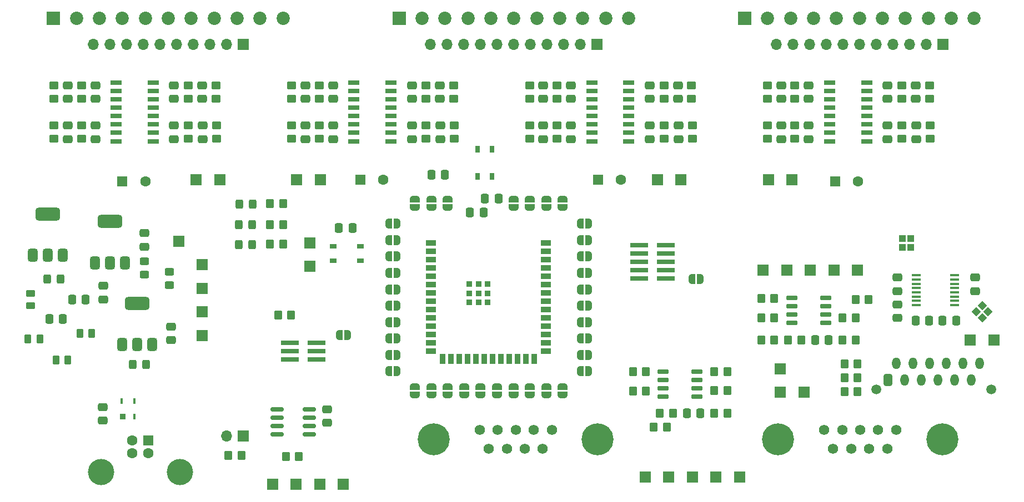
<source format=gts>
G04 #@! TF.GenerationSoftware,KiCad,Pcbnew,8.0.8*
G04 #@! TF.CreationDate,2025-02-25T19:49:03+01:00*
G04 #@! TF.ProjectId,Overlord,4f766572-6c6f-4726-942e-6b696361645f,rev?*
G04 #@! TF.SameCoordinates,Original*
G04 #@! TF.FileFunction,Soldermask,Top*
G04 #@! TF.FilePolarity,Negative*
%FSLAX46Y46*%
G04 Gerber Fmt 4.6, Leading zero omitted, Abs format (unit mm)*
G04 Created by KiCad (PCBNEW 8.0.8) date 2025-02-25 19:49:03*
%MOMM*%
%LPD*%
G01*
G04 APERTURE LIST*
G04 Aperture macros list*
%AMRoundRect*
0 Rectangle with rounded corners*
0 $1 Rounding radius*
0 $2 $3 $4 $5 $6 $7 $8 $9 X,Y pos of 4 corners*
0 Add a 4 corners polygon primitive as box body*
4,1,4,$2,$3,$4,$5,$6,$7,$8,$9,$2,$3,0*
0 Add four circle primitives for the rounded corners*
1,1,$1+$1,$2,$3*
1,1,$1+$1,$4,$5*
1,1,$1+$1,$6,$7*
1,1,$1+$1,$8,$9*
0 Add four rect primitives between the rounded corners*
20,1,$1+$1,$2,$3,$4,$5,0*
20,1,$1+$1,$4,$5,$6,$7,0*
20,1,$1+$1,$6,$7,$8,$9,0*
20,1,$1+$1,$8,$9,$2,$3,0*%
%AMRotRect*
0 Rectangle, with rotation*
0 The origin of the aperture is its center*
0 $1 length*
0 $2 width*
0 $3 Rotation angle, in degrees counterclockwise*
0 Add horizontal line*
21,1,$1,$2,0,0,$3*%
%AMFreePoly0*
4,1,19,0.500000,-0.750000,0.000000,-0.750000,0.000000,-0.744911,-0.071157,-0.744911,-0.207708,-0.704816,-0.327430,-0.627875,-0.420627,-0.520320,-0.479746,-0.390866,-0.500000,-0.250000,-0.500000,0.250000,-0.479746,0.390866,-0.420627,0.520320,-0.327430,0.627875,-0.207708,0.704816,-0.071157,0.744911,0.000000,0.744911,0.000000,0.750000,0.500000,0.750000,0.500000,-0.750000,0.500000,-0.750000,
$1*%
%AMFreePoly1*
4,1,19,0.000000,0.744911,0.071157,0.744911,0.207708,0.704816,0.327430,0.627875,0.420627,0.520320,0.479746,0.390866,0.500000,0.250000,0.500000,-0.250000,0.479746,-0.390866,0.420627,-0.520320,0.327430,-0.627875,0.207708,-0.704816,0.071157,-0.744911,0.000000,-0.744911,0.000000,-0.750000,-0.500000,-0.750000,-0.500000,0.750000,0.000000,0.750000,0.000000,0.744911,0.000000,0.744911,
$1*%
G04 Aperture macros list end*
%ADD10RoundRect,0.375000X0.375000X-0.625000X0.375000X0.625000X-0.375000X0.625000X-0.375000X-0.625000X0*%
%ADD11RoundRect,0.500000X1.400000X-0.500000X1.400000X0.500000X-1.400000X0.500000X-1.400000X-0.500000X0*%
%ADD12R,1.750000X0.800000*%
%ADD13R,1.750000X0.700000*%
%ADD14R,1.000000X1.000000*%
%ADD15RotRect,1.000000X1.000000X135.000000*%
%ADD16RoundRect,0.250000X0.262500X0.450000X-0.262500X0.450000X-0.262500X-0.450000X0.262500X-0.450000X0*%
%ADD17RoundRect,0.250000X-0.350000X-0.450000X0.350000X-0.450000X0.350000X0.450000X-0.350000X0.450000X0*%
%ADD18RoundRect,0.250000X0.325000X0.450000X-0.325000X0.450000X-0.325000X-0.450000X0.325000X-0.450000X0*%
%ADD19RoundRect,0.250000X-0.475000X0.337500X-0.475000X-0.337500X0.475000X-0.337500X0.475000X0.337500X0*%
%ADD20RoundRect,0.250000X0.475000X-0.337500X0.475000X0.337500X-0.475000X0.337500X-0.475000X-0.337500X0*%
%ADD21RoundRect,0.250000X0.450000X-0.350000X0.450000X0.350000X-0.450000X0.350000X-0.450000X-0.350000X0*%
%ADD22R,1.700000X1.700000*%
%ADD23RoundRect,0.250000X0.350000X0.450000X-0.350000X0.450000X-0.350000X-0.450000X0.350000X-0.450000X0*%
%ADD24C,1.500000*%
%ADD25RoundRect,0.250000X0.400000X-0.650000X0.400000X0.650000X-0.400000X0.650000X-0.400000X-0.650000X0*%
%ADD26O,1.300000X1.800000*%
%ADD27FreePoly0,270.000000*%
%ADD28FreePoly1,270.000000*%
%ADD29FreePoly0,90.000000*%
%ADD30FreePoly1,90.000000*%
%ADD31FreePoly0,0.000000*%
%ADD32FreePoly1,0.000000*%
%ADD33RoundRect,0.250000X-0.450000X0.350000X-0.450000X-0.350000X0.450000X-0.350000X0.450000X0.350000X0*%
%ADD34FreePoly0,180.000000*%
%ADD35FreePoly1,180.000000*%
%ADD36RoundRect,0.250000X-0.337500X-0.475000X0.337500X-0.475000X0.337500X0.475000X-0.337500X0.475000X0*%
%ADD37RoundRect,0.250000X0.450000X-0.325000X0.450000X0.325000X-0.450000X0.325000X-0.450000X-0.325000X0*%
%ADD38R,2.025000X2.025000*%
%ADD39C,2.025000*%
%ADD40O,1.700000X1.700000*%
%ADD41R,1.600000X1.600000*%
%ADD42C,1.600000*%
%ADD43R,2.790000X0.740000*%
%ADD44RoundRect,0.250000X0.337500X0.475000X-0.337500X0.475000X-0.337500X-0.475000X0.337500X-0.475000X0*%
%ADD45C,4.000000*%
%ADD46R,1.050000X0.650000*%
%ADD47R,1.500000X0.900000*%
%ADD48R,0.900000X1.500000*%
%ADD49R,0.900000X0.900000*%
%ADD50RoundRect,0.150000X-0.725000X-0.150000X0.725000X-0.150000X0.725000X0.150000X-0.725000X0.150000X0*%
%ADD51R,0.650000X1.050000*%
%ADD52R,1.475000X0.450000*%
%ADD53RoundRect,0.250000X-0.450000X0.262500X-0.450000X-0.262500X0.450000X-0.262500X0.450000X0.262500X0*%
%ADD54C,1.562000*%
%ADD55C,4.877000*%
%ADD56RoundRect,0.250000X-0.450000X0.325000X-0.450000X-0.325000X0.450000X-0.325000X0.450000X0.325000X0*%
%ADD57RoundRect,0.250000X-0.262500X-0.450000X0.262500X-0.450000X0.262500X0.450000X-0.262500X0.450000X0*%
%ADD58RoundRect,0.150000X0.825000X0.150000X-0.825000X0.150000X-0.825000X-0.150000X0.825000X-0.150000X0*%
%ADD59R,0.910000X0.910000*%
%ADD60R,0.460000X0.910000*%
G04 APERTURE END LIST*
D10*
X43400000Y-81300000D03*
X45700000Y-81300000D03*
D11*
X45700000Y-75000000D03*
D10*
X48000000Y-81300000D03*
D12*
X156930683Y-50295000D03*
D13*
X156930683Y-48975000D03*
X156930683Y-47705000D03*
X156930683Y-46435000D03*
X156930683Y-45165000D03*
X156930683Y-43895000D03*
X156930683Y-42625000D03*
D12*
X156930683Y-41305000D03*
X151280683Y-41305000D03*
D13*
X151280683Y-42625000D03*
X151280683Y-43895000D03*
X151280683Y-45165000D03*
X151280683Y-46435000D03*
X151280683Y-47705000D03*
X151280683Y-48975000D03*
D12*
X151280683Y-50295000D03*
X120672349Y-50295000D03*
D13*
X120672349Y-48975000D03*
X120672349Y-47705000D03*
X120672349Y-46435000D03*
X120672349Y-45165000D03*
X120672349Y-43895000D03*
X120672349Y-42625000D03*
D12*
X120672349Y-41305000D03*
X115022349Y-41305000D03*
D13*
X115022349Y-42625000D03*
X115022349Y-43895000D03*
X115022349Y-45165000D03*
X115022349Y-46435000D03*
X115022349Y-47705000D03*
X115022349Y-48975000D03*
D12*
X115022349Y-50295000D03*
X48155683Y-50295000D03*
D13*
X48155683Y-48975000D03*
X48155683Y-47705000D03*
X48155683Y-46435000D03*
X48155683Y-45165000D03*
X48155683Y-43895000D03*
X48155683Y-42625000D03*
D12*
X48155683Y-41305000D03*
X42505683Y-41305000D03*
D13*
X42505683Y-42625000D03*
X42505683Y-43895000D03*
X42505683Y-45165000D03*
X42505683Y-46435000D03*
X42505683Y-47705000D03*
X42505683Y-48975000D03*
D12*
X42505683Y-50295000D03*
X84414016Y-50295000D03*
D13*
X84414016Y-48975000D03*
X84414016Y-47705000D03*
X84414016Y-46435000D03*
X84414016Y-45165000D03*
X84414016Y-43895000D03*
X84414016Y-42625000D03*
D12*
X84414016Y-41305000D03*
X78764016Y-41305000D03*
D13*
X78764016Y-42625000D03*
X78764016Y-43895000D03*
X78764016Y-45165000D03*
X78764016Y-46435000D03*
X78764016Y-47705000D03*
X78764016Y-48975000D03*
D12*
X78764016Y-50295000D03*
D14*
X162350000Y-66450000D03*
X163650000Y-65150000D03*
X163650000Y-66450000D03*
X162350000Y-65150000D03*
D15*
X174550000Y-77188478D03*
X174550000Y-75350000D03*
X173630761Y-76269239D03*
X175469239Y-76269239D03*
D16*
X35162500Y-83650000D03*
X33337500Y-83650000D03*
D17*
X65995000Y-59800000D03*
X67995000Y-59800000D03*
D16*
X38812500Y-79600000D03*
X36987500Y-79600000D03*
D18*
X47074999Y-84300000D03*
X45025001Y-84300000D03*
D19*
X40550000Y-72312500D03*
X40550000Y-74387500D03*
D20*
X50850000Y-80637500D03*
X50850000Y-78562500D03*
D18*
X63324999Y-59850000D03*
X61275001Y-59850000D03*
D21*
X126047349Y-49875000D03*
X126047349Y-47875000D03*
D22*
X72050000Y-69350000D03*
D21*
X94089017Y-49875000D03*
X94089017Y-47875000D03*
D23*
X155550000Y-88450000D03*
X153550000Y-88450000D03*
D24*
X158400000Y-88180000D03*
X175970000Y-88180000D03*
D25*
X160200000Y-86700000D03*
D26*
X161470000Y-84160000D03*
X162740000Y-86700000D03*
X164010000Y-84160000D03*
X165279999Y-86700000D03*
X166550000Y-84160000D03*
X167820000Y-86700000D03*
X169090000Y-84160000D03*
X170360000Y-86700000D03*
X171630000Y-84160000D03*
X172900000Y-86700000D03*
X174170000Y-84160000D03*
D21*
X141805683Y-49875001D03*
X141805683Y-47875001D03*
D19*
X40510000Y-90812500D03*
X40510000Y-92887500D03*
D27*
X88085000Y-87710000D03*
D28*
X88085000Y-89009998D03*
D18*
X63274999Y-66040000D03*
X61225001Y-66040000D03*
D29*
X103084999Y-60359997D03*
D30*
X103084999Y-59059999D03*
D31*
X113285003Y-75359997D03*
D32*
X114585001Y-75359997D03*
D20*
X39330684Y-49942500D03*
X39330684Y-47867500D03*
X75589017Y-49942500D03*
X75589017Y-47867500D03*
D27*
X105584999Y-87710000D03*
D28*
X105584999Y-89009998D03*
D23*
X70400000Y-98400000D03*
X68400000Y-98400000D03*
D17*
X67200000Y-76800000D03*
X69200000Y-76800000D03*
D31*
X113285002Y-70359999D03*
D32*
X114585000Y-70359999D03*
D21*
X109747350Y-49875001D03*
X109747350Y-47875001D03*
D33*
X73489017Y-41775000D03*
X73489017Y-43775000D03*
D21*
X33030684Y-49875001D03*
X33030684Y-47875001D03*
D22*
X133950000Y-101550000D03*
D33*
X57730683Y-41775000D03*
X57730683Y-43775000D03*
D29*
X90585000Y-60359997D03*
D30*
X90585000Y-59059999D03*
D34*
X85384998Y-65359998D03*
D35*
X84085000Y-65359998D03*
D36*
X35812500Y-74450000D03*
X37887500Y-74450000D03*
D23*
X61600001Y-98250000D03*
X59600001Y-98250000D03*
D20*
X35130684Y-43782501D03*
X35130684Y-41707501D03*
X164405682Y-43782500D03*
X164405682Y-41707500D03*
X128247350Y-49942500D03*
X128247350Y-47867500D03*
D37*
X50600000Y-72224999D03*
X50600000Y-70175001D03*
D20*
X87589017Y-43782500D03*
X87589017Y-41707500D03*
X148105683Y-43782501D03*
X148105683Y-41707501D03*
D33*
X33030684Y-41775001D03*
X33030684Y-43775001D03*
D22*
X55650000Y-76300000D03*
D20*
X123847349Y-43782500D03*
X123847349Y-41707500D03*
X107647350Y-49942501D03*
X107647350Y-47867501D03*
D21*
X146005682Y-49875001D03*
X146005682Y-47875001D03*
D20*
X91889017Y-43782500D03*
X91889017Y-41707500D03*
D22*
X148350000Y-69950000D03*
D27*
X98085005Y-87710000D03*
D28*
X98085005Y-89009998D03*
D19*
X161650000Y-71062500D03*
X161650000Y-73137500D03*
D17*
X140875000Y-74220000D03*
X142875000Y-74220000D03*
D38*
X85650000Y-31500000D03*
D39*
X89150000Y-31500000D03*
X92650000Y-31500000D03*
X96150000Y-31500000D03*
X99650000Y-31500000D03*
X103150000Y-31500000D03*
X106650000Y-31500000D03*
X110150000Y-31500000D03*
X113650000Y-31500000D03*
X117150000Y-31500000D03*
X120650000Y-31500000D03*
D19*
X173450000Y-71062500D03*
X173450000Y-73137500D03*
D21*
X105547350Y-49875001D03*
X105547350Y-47875001D03*
D22*
X73650000Y-56100000D03*
D36*
X149094166Y-80630000D03*
X151169166Y-80630000D03*
D20*
X107647350Y-43782501D03*
X107647350Y-41707501D03*
D31*
X113285002Y-82859998D03*
D32*
X114585000Y-82859998D03*
D33*
X130247349Y-41775000D03*
X130247349Y-43775000D03*
D22*
X73550000Y-102650000D03*
D23*
X135700000Y-91800000D03*
X133700000Y-91800000D03*
D22*
X126750000Y-101550000D03*
X115850000Y-35500000D03*
D40*
X113310000Y-35500000D03*
X110770001Y-35500000D03*
X108230000Y-35500000D03*
X105690000Y-35500000D03*
X103150000Y-35500000D03*
X100610000Y-35500000D03*
X98069999Y-35500000D03*
X95530000Y-35500000D03*
X92990000Y-35500000D03*
X90450000Y-35500000D03*
D31*
X113285002Y-85359998D03*
D32*
X114585000Y-85359998D03*
D36*
X96475000Y-61100000D03*
X98550000Y-61100000D03*
D20*
X46800000Y-66337500D03*
X46800000Y-64262500D03*
D31*
X76545000Y-79805000D03*
D32*
X77844998Y-79805000D03*
D34*
X85385000Y-85359998D03*
D35*
X84085002Y-85359998D03*
D20*
X75589017Y-43782500D03*
X75589017Y-41707500D03*
D41*
X79750000Y-56150000D03*
D42*
X83250000Y-56150000D03*
D43*
X69030000Y-81000000D03*
X73100000Y-81000000D03*
X69030000Y-82270000D03*
X73100000Y-82270000D03*
X69030000Y-83540000D03*
X73100000Y-83540000D03*
D31*
X113285003Y-80359997D03*
D32*
X114585001Y-80359997D03*
D22*
X61875000Y-35500000D03*
D40*
X59335000Y-35500000D03*
X56795001Y-35500000D03*
X54255000Y-35500000D03*
X51715000Y-35500000D03*
X49175000Y-35500000D03*
X46635000Y-35500000D03*
X44094999Y-35500000D03*
X41555000Y-35500000D03*
X39015000Y-35500000D03*
D22*
X155550000Y-69950000D03*
D23*
X135700000Y-88300000D03*
X133700000Y-88300000D03*
D34*
X85384998Y-77859997D03*
D35*
X84085000Y-77859997D03*
D22*
X55650000Y-72700000D03*
D21*
X37230684Y-49875001D03*
X37230684Y-47875001D03*
D27*
X103084999Y-87710000D03*
D28*
X103084999Y-89009998D03*
D33*
X93989017Y-41775000D03*
X93989017Y-43775000D03*
D44*
X170587500Y-77650000D03*
X168512500Y-77650000D03*
D20*
X160105682Y-49942500D03*
X160105682Y-47867500D03*
X35130684Y-49942501D03*
X35130684Y-47867501D03*
D22*
X176350000Y-80600000D03*
D23*
X155275000Y-80600000D03*
X153275000Y-80600000D03*
D21*
X89789017Y-49875000D03*
X89789017Y-47875000D03*
D22*
X123150000Y-101550000D03*
X141150000Y-69950000D03*
X172749999Y-80600000D03*
X147400000Y-88600000D03*
D21*
X130347350Y-49875000D03*
X130347350Y-47875000D03*
D31*
X113285003Y-77859997D03*
D32*
X114585001Y-77859997D03*
D33*
X53530684Y-41775000D03*
X53530684Y-43775000D03*
X162305682Y-41775000D03*
X162305682Y-43775000D03*
D41*
X43450000Y-56400000D03*
D42*
X46950000Y-56400000D03*
D22*
X58300000Y-56100000D03*
D41*
X47450000Y-95890000D03*
D42*
X44950000Y-95890000D03*
X44950000Y-97890000D03*
X47450000Y-97890000D03*
D45*
X52200000Y-100750000D03*
X40200000Y-100750000D03*
D29*
X110585002Y-60359997D03*
D30*
X110585002Y-59059999D03*
D34*
X85384998Y-72859997D03*
D35*
X84085000Y-72859997D03*
D22*
X66350000Y-102650000D03*
D21*
X166605683Y-49875000D03*
X166605683Y-47875000D03*
D29*
X108085002Y-60359997D03*
D30*
X108085002Y-59059999D03*
D46*
X75625000Y-66325000D03*
X79775000Y-66325000D03*
X75625000Y-68475000D03*
X79775000Y-68475000D03*
D10*
X29800000Y-67650000D03*
X32100000Y-67650000D03*
D11*
X32100000Y-61350000D03*
D10*
X34400000Y-67650000D03*
D44*
X34387500Y-77350000D03*
X32312500Y-77350000D03*
D33*
X109747350Y-41775001D03*
X109747350Y-43775001D03*
D20*
X164505683Y-49942500D03*
X164505683Y-47867500D03*
D19*
X74700000Y-91162500D03*
X74700000Y-93237500D03*
D17*
X65995000Y-65995000D03*
X67995000Y-65995000D03*
D23*
X155275000Y-77200000D03*
X153275000Y-77200000D03*
D27*
X108085002Y-87710000D03*
D28*
X108085002Y-89009998D03*
D20*
X111847350Y-43782502D03*
X111847350Y-41707502D03*
D33*
X126047349Y-41775001D03*
X126047349Y-43775001D03*
D22*
X137550000Y-101550000D03*
D41*
X115997349Y-56150000D03*
D42*
X119497349Y-56150000D03*
D23*
X123300000Y-88400000D03*
X121300000Y-88400000D03*
X155550000Y-86350000D03*
X153550000Y-86350000D03*
D21*
X53530683Y-49875000D03*
X53530683Y-47875000D03*
D22*
X130350000Y-101550000D03*
D29*
X105585000Y-60359999D03*
D30*
X105585000Y-59060001D03*
D20*
X55730684Y-49942500D03*
X55730684Y-47867500D03*
X71389017Y-43782500D03*
X71389017Y-41707500D03*
D22*
X55650000Y-79900000D03*
D47*
X90500004Y-65749998D03*
X90500004Y-67019998D03*
X90500004Y-68289998D03*
X90500004Y-69559998D03*
X90500004Y-70829998D03*
X90500004Y-72099998D03*
X90500004Y-73369998D03*
X90500004Y-74639998D03*
X90500004Y-75909998D03*
X90500004Y-77179998D03*
X90500004Y-78449998D03*
X90500004Y-79719998D03*
X90500004Y-80989998D03*
X90500004Y-82259998D03*
D48*
X92265005Y-83509998D03*
X93535004Y-83509998D03*
X94805004Y-83509998D03*
X96075004Y-83509997D03*
X97345004Y-83509998D03*
X98615004Y-83509998D03*
X99885004Y-83509998D03*
X101155004Y-83509998D03*
X102425004Y-83509997D03*
X103695004Y-83509998D03*
X104965004Y-83509998D03*
X106235003Y-83509998D03*
D47*
X108000004Y-82259998D03*
X108000004Y-80989998D03*
X108000004Y-79719998D03*
X108000004Y-78449998D03*
X108000004Y-77179998D03*
X108000004Y-75909998D03*
X108000004Y-74639998D03*
X108000004Y-73369998D03*
X108000004Y-72099998D03*
X108000004Y-70829998D03*
X108000004Y-69559998D03*
X108000004Y-68289998D03*
X108000004Y-67019998D03*
X108000004Y-65749998D03*
D49*
X96350004Y-72069998D03*
X96350004Y-73469998D03*
X96350004Y-74869998D03*
X97750004Y-72069998D03*
X97750004Y-73469998D03*
X97750004Y-74869998D03*
X99150004Y-72069998D03*
X99150004Y-73469998D03*
X99150004Y-74869998D03*
D50*
X145525000Y-74195000D03*
X145525000Y-75465000D03*
X145525000Y-76735000D03*
X145525000Y-78005000D03*
X150675000Y-78005000D03*
X150675000Y-76735000D03*
X150675000Y-75465000D03*
X150675000Y-74195000D03*
D22*
X151950000Y-69950000D03*
D23*
X135700000Y-85420000D03*
X133700000Y-85420000D03*
D31*
X113285002Y-72859999D03*
D32*
X114585000Y-72859999D03*
D20*
X55630683Y-43782500D03*
X55630683Y-41707500D03*
D36*
X129519166Y-91800000D03*
X131594166Y-91800000D03*
D34*
X85384998Y-80359997D03*
D35*
X84085000Y-80359997D03*
D20*
X143905683Y-49942501D03*
X143905683Y-47867501D03*
D23*
X127413333Y-91800000D03*
X125413333Y-91800000D03*
D17*
X65995000Y-62955000D03*
X67995000Y-62955000D03*
D23*
X126450000Y-93900000D03*
X124450000Y-93900000D03*
D21*
X73489018Y-49875000D03*
X73489018Y-47875000D03*
D22*
X77149999Y-102650000D03*
D51*
X99800000Y-51450000D03*
X99800000Y-55600000D03*
X97650000Y-51450000D03*
X97650000Y-55600000D03*
D52*
X164512000Y-70725000D03*
X164512000Y-71375000D03*
X164512000Y-72025000D03*
X164512000Y-72675000D03*
X164512000Y-73325000D03*
X164512000Y-73975000D03*
X164512000Y-74625000D03*
X164512000Y-75275000D03*
X170388000Y-75275000D03*
X170388000Y-74625000D03*
X170388000Y-73975000D03*
X170388000Y-73325000D03*
X170388000Y-72675000D03*
X170388000Y-72025000D03*
X170388000Y-71375000D03*
X170388000Y-70725000D03*
D22*
X54700000Y-56100000D03*
X128650000Y-56100000D03*
D20*
X128147349Y-43782500D03*
X128147349Y-41707500D03*
D34*
X85385000Y-67859999D03*
D35*
X84085002Y-67859999D03*
D36*
X76462500Y-63500000D03*
X78537500Y-63500000D03*
D22*
X70050000Y-56100000D03*
D44*
X92637500Y-55400000D03*
X90562500Y-55400000D03*
D20*
X71389017Y-49942500D03*
X71389017Y-47867500D03*
D22*
X69950001Y-102650000D03*
D20*
X148105683Y-49942501D03*
X148105683Y-47867501D03*
X123847349Y-49942500D03*
X123847349Y-47867500D03*
X143905683Y-43782501D03*
X143905683Y-41707501D03*
D53*
X29500000Y-73487500D03*
X29500000Y-75312500D03*
D33*
X105547350Y-41775001D03*
X105547350Y-43775001D03*
D36*
X98762500Y-59000000D03*
X100837500Y-59000000D03*
D29*
X93085003Y-60359997D03*
D30*
X93085003Y-59059999D03*
D43*
X126335000Y-71190000D03*
X122265000Y-71190000D03*
X126335000Y-69920000D03*
X122265000Y-69920000D03*
X126335000Y-68650000D03*
X122265000Y-68650000D03*
X126335000Y-67380000D03*
X122265000Y-67380000D03*
X126335000Y-66110000D03*
X122265000Y-66110000D03*
D33*
X89789017Y-41775001D03*
X89789017Y-43775001D03*
D34*
X131599999Y-71250000D03*
D35*
X130300001Y-71250000D03*
D22*
X168550000Y-35500000D03*
D40*
X166010000Y-35500000D03*
X163470001Y-35500000D03*
X160930000Y-35500000D03*
X158390000Y-35500000D03*
X155850000Y-35500000D03*
X153310000Y-35500000D03*
X150769999Y-35500000D03*
X148230000Y-35500000D03*
X145690000Y-35500000D03*
X143150000Y-35500000D03*
D34*
X85384998Y-62859998D03*
D35*
X84085000Y-62859998D03*
D17*
X121300000Y-85420000D03*
X123300000Y-85420000D03*
D18*
X63274999Y-63000000D03*
X61225001Y-63000000D03*
D27*
X95585003Y-87710000D03*
D28*
X95585003Y-89009998D03*
D54*
X161436000Y-94355000D03*
X158693000Y-94355000D03*
X155950000Y-94355000D03*
X153207000Y-94355000D03*
X150464000Y-94355000D03*
X160065000Y-97200000D03*
X157322000Y-97200000D03*
X154578000Y-97200000D03*
X151835000Y-97200000D03*
D55*
X168447000Y-95778000D03*
X143453000Y-95778000D03*
D20*
X51330683Y-49942500D03*
X51330683Y-47867500D03*
X39330684Y-43782502D03*
X39330684Y-41707502D03*
D27*
X110585002Y-87710000D03*
D28*
X110585002Y-89009998D03*
D21*
X162305682Y-49875000D03*
X162305682Y-47875000D03*
D38*
X138350000Y-31500000D03*
D39*
X141850000Y-31500000D03*
X145350000Y-31500000D03*
X148850000Y-31500000D03*
X152350000Y-31500000D03*
X155850000Y-31500000D03*
X159350000Y-31500000D03*
X162850000Y-31500000D03*
X166350000Y-31500000D03*
X169850000Y-31500000D03*
X173350000Y-31500000D03*
D18*
X34074999Y-71300000D03*
X32025001Y-71300000D03*
D50*
X125925000Y-85395000D03*
X125925000Y-86665000D03*
X125925000Y-87935000D03*
X125925000Y-89205000D03*
X131075000Y-89205000D03*
X131075000Y-87935000D03*
X131075000Y-86665000D03*
X131075000Y-85395000D03*
D34*
X85385000Y-70359995D03*
D35*
X84085002Y-70359995D03*
D27*
X90585000Y-87710000D03*
D28*
X90585000Y-89009998D03*
D56*
X46800000Y-68575001D03*
X46800000Y-70624999D03*
D34*
X85385000Y-82859998D03*
D35*
X84085002Y-82859998D03*
D44*
X166487500Y-77650000D03*
X164412500Y-77650000D03*
D22*
X145550000Y-56100000D03*
D33*
X146005683Y-41775001D03*
X146005683Y-43775001D03*
D17*
X155250000Y-74400000D03*
X157250000Y-74400000D03*
D20*
X51330683Y-43782500D03*
X51330683Y-41707500D03*
D57*
X29037500Y-80450000D03*
X30862500Y-80450000D03*
D33*
X69289017Y-41775001D03*
X69289017Y-43775001D03*
D23*
X146988333Y-80600000D03*
X144988333Y-80600000D03*
D38*
X32950000Y-31500000D03*
D39*
X36450000Y-31500000D03*
X39950000Y-31500000D03*
X43450000Y-31500000D03*
X46950000Y-31500000D03*
X50450000Y-31500000D03*
X53950000Y-31500000D03*
X57450000Y-31500000D03*
X60950000Y-31500000D03*
X64450000Y-31500000D03*
X67950000Y-31500000D03*
D41*
X152150000Y-56400000D03*
D42*
X155650000Y-56400000D03*
D23*
X142875000Y-80600000D03*
X140875000Y-80600000D03*
D22*
X141950000Y-56100000D03*
D31*
X113285000Y-62859998D03*
D32*
X114584998Y-62859998D03*
D20*
X87589017Y-49942500D03*
X87589017Y-47867500D03*
D21*
X57830684Y-49875000D03*
X57830684Y-47875000D03*
D23*
X155550000Y-84250000D03*
X153550000Y-84250000D03*
D20*
X111847350Y-49942500D03*
X111847350Y-47867500D03*
D22*
X72050000Y-65750000D03*
X144750000Y-69950000D03*
D27*
X100585005Y-87710000D03*
D28*
X100585005Y-89009998D03*
D31*
X113285000Y-65359998D03*
D32*
X114584998Y-65359998D03*
D20*
X160105682Y-43782500D03*
X160105682Y-41707500D03*
D22*
X125050001Y-56100000D03*
D31*
X113285002Y-67859999D03*
D32*
X114585000Y-67859999D03*
D33*
X37230684Y-41775001D03*
X37230684Y-43775001D03*
D34*
X85384998Y-75359997D03*
D35*
X84085000Y-75359997D03*
D29*
X88085000Y-60359997D03*
D30*
X88085000Y-59059999D03*
D22*
X52050000Y-65500000D03*
D58*
X71975000Y-94975000D03*
X71975000Y-93705000D03*
X71975000Y-92435000D03*
X71975000Y-91165000D03*
X67025000Y-91165000D03*
X67025000Y-92435000D03*
X67025000Y-93705000D03*
X67025000Y-94975000D03*
D22*
X143800000Y-88600000D03*
D33*
X141805683Y-41775002D03*
X141805683Y-43775002D03*
D54*
X108936000Y-94355000D03*
X106193000Y-94355000D03*
X103450000Y-94355000D03*
X100707000Y-94355000D03*
X97964000Y-94355000D03*
X107565000Y-97200000D03*
X104822000Y-97200000D03*
X102078000Y-97200000D03*
X99335000Y-97200000D03*
D55*
X115947000Y-95778000D03*
X90953000Y-95778000D03*
D22*
X143800000Y-85000000D03*
D33*
X166505682Y-41775000D03*
X166505682Y-43775000D03*
D22*
X61875000Y-95250000D03*
D40*
X59335000Y-95250000D03*
D27*
X93085003Y-87710000D03*
D28*
X93085003Y-89009998D03*
D20*
X161650000Y-77237500D03*
X161650000Y-75162500D03*
D22*
X55650000Y-69100000D03*
D10*
X39250000Y-68800000D03*
X41550000Y-68800000D03*
D11*
X41550000Y-62500000D03*
D10*
X43850000Y-68800000D03*
D20*
X91989017Y-49942500D03*
X91989017Y-47867500D03*
D59*
X43540000Y-92250000D03*
D60*
X45260000Y-92250000D03*
X45260000Y-89950000D03*
X43340000Y-89950000D03*
D21*
X69289017Y-49875000D03*
X69289017Y-47875000D03*
D23*
X142875000Y-77200000D03*
X140875000Y-77200000D03*
M02*

</source>
